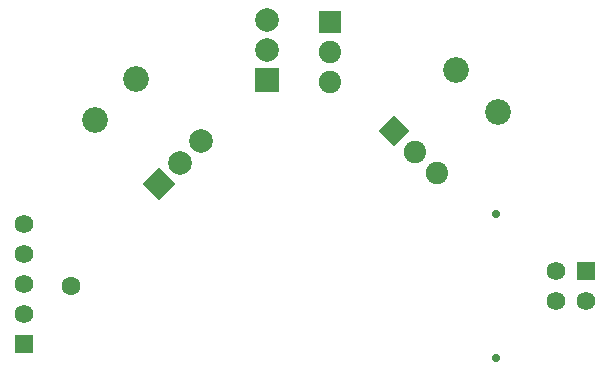
<source format=gbr>
%TF.GenerationSoftware,Altium Limited,Altium Designer,22.1.2 (22)*%
G04 Layer_Color=16711935*
%FSLAX45Y45*%
%MOMM*%
%TF.SameCoordinates,A05C4332-DD78-49BD-A17D-671ED2E2A3CF*%
%TF.FilePolarity,Negative*%
%TF.FileFunction,Soldermask,Bot*%
%TF.Part,Single*%
G01*
G75*
%TA.AperFunction,ComponentPad*%
%ADD50R,1.58000X1.58000*%
%ADD51C,1.58000*%
%ADD52C,2.00000*%
%ADD53P,2.82843X4X90.0*%
%ADD54C,0.73000*%
%ADD55R,1.58000X1.58000*%
%ADD56R,1.89500X1.89500*%
%ADD57C,1.89500*%
%ADD58R,2.00000X2.00000*%
%ADD59C,2.18000*%
%ADD60P,2.67993X4X360.0*%
%TA.AperFunction,ViaPad*%
%ADD61C,1.60400*%
D50*
X254000Y2108200D02*
D03*
D51*
Y2362200D02*
D03*
Y2616200D02*
D03*
Y2870200D02*
D03*
Y3124200D02*
D03*
X4762800Y2727000D02*
D03*
Y2473000D02*
D03*
X5016800D02*
D03*
D52*
X1754405Y3824505D02*
D03*
X1574800Y3644900D02*
D03*
X2311400Y4597400D02*
D03*
Y4851400D02*
D03*
D53*
X1395195Y3465295D02*
D03*
D54*
X4254800Y1992383D02*
D03*
Y3208541D02*
D03*
D55*
X5016800Y2727000D02*
D03*
D56*
X2844800Y4838700D02*
D03*
D57*
X2844800Y4584700D02*
D03*
X2844800Y4330700D02*
D03*
X3568700Y3733800D02*
D03*
X3748305Y3554195D02*
D03*
D58*
X2311400Y4343400D02*
D03*
D59*
X4267200Y4076700D02*
D03*
X3913647Y4430253D02*
D03*
X1206500Y4356100D02*
D03*
X852947Y4002547D02*
D03*
D60*
X3389095Y3913405D02*
D03*
D61*
X650000Y2600000D02*
D03*
%TF.MD5,5343faf553e4cbe99bdf30e6b30c9e1f*%
M02*

</source>
